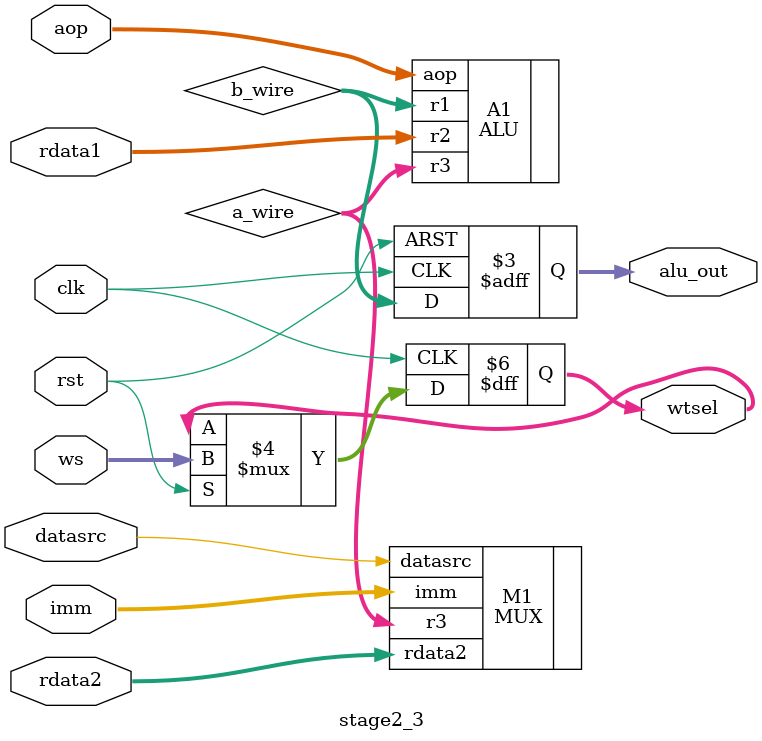
<source format=v>
`timescale 1ns / 1ps
module stage2_3(clk,rst,rdata1,rdata2,imm,datasrc,aop,alu_out,ws,wtsel);
input clk,rst;
input [31:0] rdata1;
input [31:0] rdata2;
input [15:0] imm;
input datasrc;
input [2:0] aop;
input [4:0] ws;
output reg [31:0] alu_out;
output reg [4:0] wtsel;

wire [31:0] a_wire;
wire [31:0] b_wire;

ALU A1 (.r2(rdata1),.r3(a_wire),.aop(aop),.r1(b_wire));
MUX M1 (.rdata2(rdata2),.imm(imm),.datasrc(datasrc),.r3(a_wire));

always @(posedge clk or negedge rst)

if (rst == 0)
begin
alu_out <=0;
end
else
begin
alu_out <= b_wire;
wtsel <= ws;
end
endmodule

</source>
